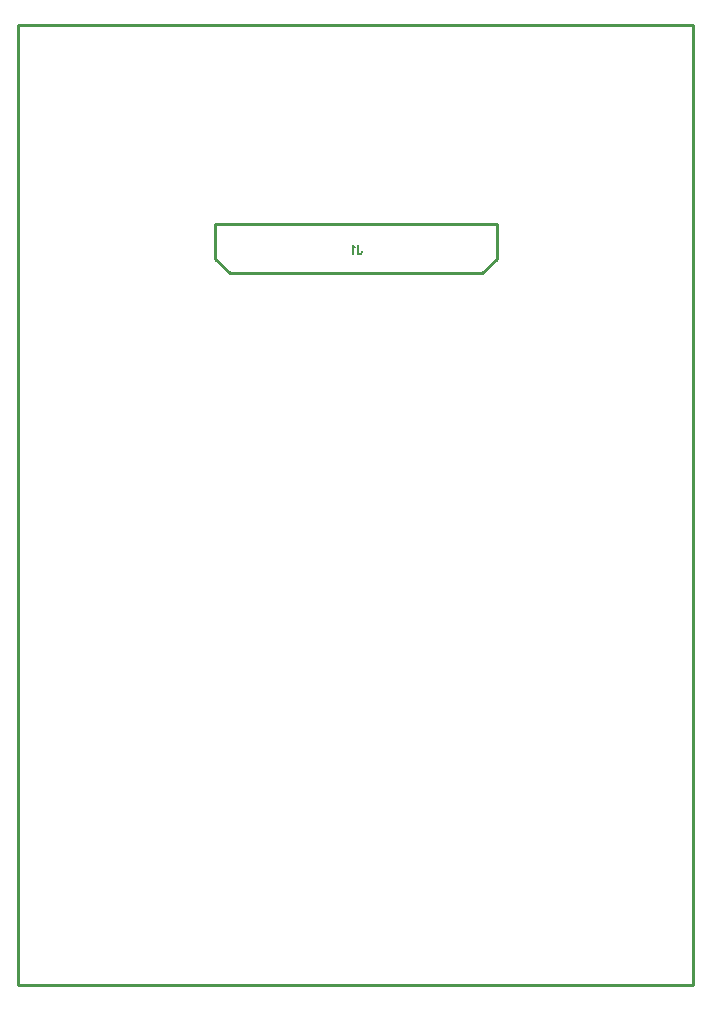
<source format=gm1>
G04*
G04 #@! TF.GenerationSoftware,Altium Limited,Altium Designer,25.2.1 (25)*
G04*
G04 Layer_Color=16711935*
%FSLAX44Y44*%
%MOMM*%
G71*
G04*
G04 #@! TF.SameCoordinates,3A7D7BCC-FFCC-47AD-8B00-35FB974821C1*
G04*
G04*
G04 #@! TF.FilePolarity,Positive*
G04*
G01*
G75*
%ADD14C,0.1270*%
%ADD15C,0.2540*%
D14*
X287092Y626539D02*
Y620735D01*
X287455Y619646D01*
X287818Y619284D01*
X288544Y618921D01*
X289269D01*
X289995Y619284D01*
X290358Y619646D01*
X290720Y620735D01*
Y621460D01*
X285133Y625088D02*
X284408Y625451D01*
X283320Y626539D01*
Y618921D01*
D15*
X0Y0D02*
X571500D01*
X0Y812800D02*
X571500D01*
Y0D02*
Y812800D01*
X0Y0D02*
Y812800D01*
X166750Y644700D02*
X404750D01*
X166750Y615300D02*
Y644700D01*
Y615300D02*
X178750Y603300D01*
X392750D01*
X404750Y615300D01*
Y644700D01*
M02*

</source>
